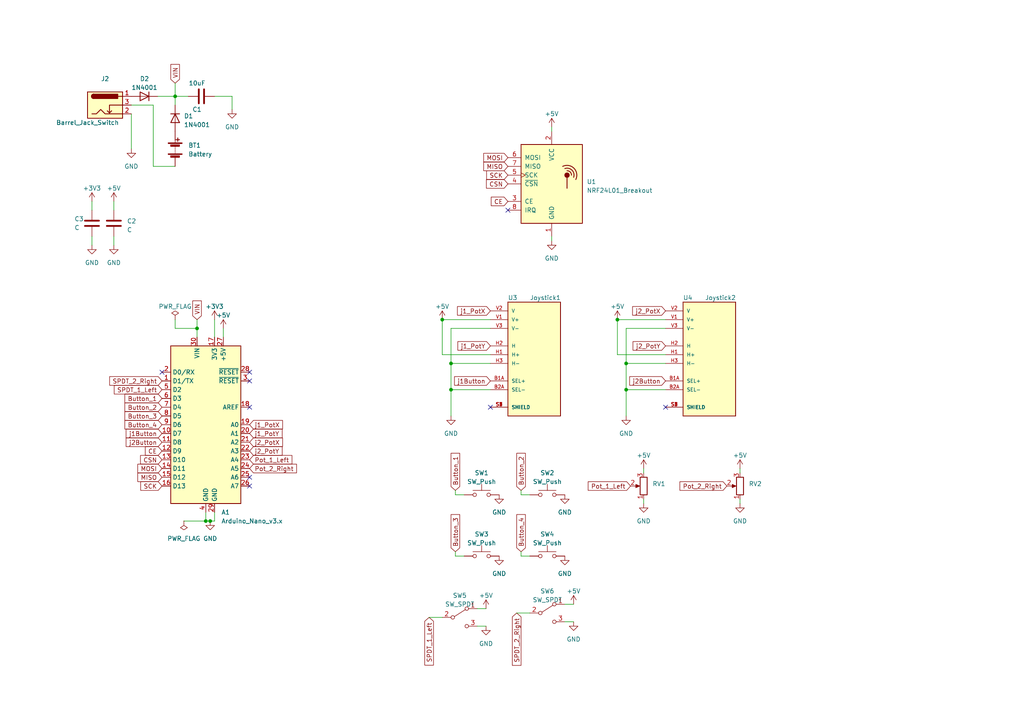
<source format=kicad_sch>
(kicad_sch (version 20230121) (generator eeschema)
  (paper "A4")
  (lib_symbols
    (symbol "Connector:Barrel_Jack_Switch" (pin_names hide)
      (property "Reference" "J" (at 0 5.334 0))
      (property "Value" "Barrel_Jack_Switch" (at 0 -5.08 0))
      (symbol "Barrel_Jack_Switch_0_1"
        (rectangle (start -5.08 3.81) (end 5.08 -3.81) (stroke (width 0.254)) (fill (type background)))
        (arc (start -3.302 3.175) (mid -3.9343 2.54) (end -3.302 1.905) (stroke (width 0.254)))
        (arc (start -3.302 3.175) (mid -3.9343 2.54) (end -3.302 1.905) (stroke (width 0.254)) (fill (type outline)))
        (polyline (pts (xy 1.27 -2.286) (xy 1.905 -1.651)) (stroke (width 0.254)))
        (polyline (pts (xy 5.08 2.54) (xy 3.81 2.54)) (stroke (width 0.254)))
        (polyline (pts (xy 5.08 0) (xy 1.27 0) (xy 1.27 -2.286) (xy 0.635 -1.651)) (stroke (width 0.254)))
        (polyline (pts (xy -3.81 -2.54) (xy -2.54 -2.54) (xy -1.27 -1.27) (xy 0 -2.54) (xy 2.54 -2.54) (xy 5.08 -2.54)) (stroke (width 0.254)))
        (rectangle (start 3.683 3.175) (end -3.302 1.905) (stroke (width 0.254)) (fill (type outline)))
      )
      (symbol "Barrel_Jack_Switch_1_1"
        (pin passive line (at 7.62 2.54 180) (length 2.54) (name "~") (number "1"))
        (pin passive line (at 7.62 -2.54 180) (length 2.54) (name "~") (number "2"))
        (pin passive line (at 7.62 0 180) (length 2.54) (name "~") (number "3"))
      )
    )
    (symbol "Device:Battery" (pin_numbers hide) (pin_names (offset 0) hide)
      (property "Reference" "BT" (at 2.54 2.54 0))
      (property "Value" "Battery" (at 2.54 0 0))
      (symbol "Battery_0_1"
        (rectangle (start -2.032 -1.397) (end 2.032 -1.651) (fill (type outline)))
        (rectangle (start -2.032 1.778) (end 2.032 1.524) (fill (type outline)))
        (rectangle (start -1.3208 -1.9812) (end 1.27 -2.4892) (fill (type outline)))
        (rectangle (start -1.3208 1.1938) (end 1.27 0.6858) (fill (type outline)))
        (polyline (pts (xy 0 -1.524) (xy 0 -1.27)))
        (polyline (pts (xy 0 -1.016) (xy 0 -0.762)))
        (polyline (pts (xy 0 -0.508) (xy 0 -0.254)))
        (polyline (pts (xy 0 0) (xy 0 0.254)))
        (polyline (pts (xy 0 0.508) (xy 0 0.762)))
        (polyline (pts (xy 0 1.778) (xy 0 2.54)))
        (polyline (pts (xy 0.254 2.667) (xy 1.27 2.667)) (stroke (width 0.254)))
        (polyline (pts (xy 0.762 3.175) (xy 0.762 2.159)) (stroke (width 0.254)))
      )
      (symbol "Battery_1_1"
        (pin passive line (at 0 5.08 270) (length 2.54) (name "+") (number "1"))
        (pin passive line (at 0 -5.08 90) (length 2.54) (name "-") (number "2"))
      )
    )
    (symbol "Device:C" (pin_numbers hide) (pin_names (offset 0.254))
      (property "Reference" "C" (at 0.635 2.54 0))
      (property "Value" "C" (at 0.635 -2.54 0))
      (symbol "C_0_1"
        (polyline (pts (xy -2.032 -0.762) (xy 2.032 -0.762)) (stroke (width 0.508)))
        (polyline (pts (xy -2.032 0.762) (xy 2.032 0.762)) (stroke (width 0.508)))
      )
      (symbol "C_1_1"
        (pin passive line (at 0 3.81 270) (length 2.794) (name "~") (number "1"))
        (pin passive line (at 0 -3.81 90) (length 2.794) (name "~") (number "2"))
      )
    )
    (symbol "Device:R_Potentiometer" (pin_names (offset 1.016) hide)
      (property "Reference" "RV" (at -4.445 0 90))
      (property "Value" "R_Potentiometer" (at -2.54 0 90))
      (symbol "R_Potentiometer_0_1"
        (polyline (pts (xy 2.54 0) (xy 1.524 0)))
        (polyline (pts (xy 1.143 0) (xy 2.286 0.508) (xy 2.286 -0.508) (xy 1.143 0)) (fill (type outline)))
        (rectangle (start 1.016 2.54) (end -1.016 -2.54) (stroke (width 0.254)))
      )
      (symbol "R_Potentiometer_1_1"
        (pin passive line (at 0 3.81 270) (length 1.27) (name "1") (number "1"))
        (pin passive line (at 3.81 0 180) (length 1.27) (name "2") (number "2"))
        (pin passive line (at 0 -3.81 90) (length 1.27) (name "3") (number "3"))
      )
    )
    (symbol "Diode:1N4001" (pin_numbers hide) (pin_names hide)
      (property "Reference" "D" (at 0 2.54 0))
      (property "Value" "1N4001" (at 0 -2.54 0))
      (symbol "1N4001_0_1"
        (polyline (pts (xy -1.27 1.27) (xy -1.27 -1.27)) (stroke (width 0.254)))
        (polyline (pts (xy 1.27 0) (xy -1.27 0)))
        (polyline (pts (xy 1.27 1.27) (xy 1.27 -1.27) (xy -1.27 0) (xy 1.27 1.27)) (stroke (width 0.254)))
      )
      (symbol "1N4001_1_1"
        (pin passive line (at -3.81 0 0) (length 2.54) (name "K") (number "1"))
        (pin passive line (at 3.81 0 180) (length 2.54) (name "A") (number "2"))
      )
    )
    (symbol "Joystick:COM-09032" (pin_names (offset 1.016))
      (property "Reference" "U" (at -7.62 16.002 0))
      (property "Value" "COM-09032" (at -7.62 -20.32 0))
      (symbol "COM-09032_0_0"
        (rectangle (start -7.62 -17.78) (end 7.62 15.24) (stroke (width 0.254)) (fill (type background)))
        (pin passive line (at -12.7 -7.62 0) (length 5.08) (name "SEL+") (number "B1A"))
        (pin passive line (at -12.7 -10.16 0) (length 5.08) (name "SEL-") (number "B2A"))
        (pin passive line (at -12.7 0 0) (length 5.08) (name "H+") (number "H1"))
        (pin passive line (at -12.7 2.54 0) (length 5.08) (name "H") (number "H2"))
        (pin passive line (at -12.7 -2.54 0) (length 5.08) (name "H-") (number "H3"))
        (pin passive line (at -12.7 -15.24 0) (length 5.08) (name "SHIELD") (number "S1"))
        (pin passive line (at -12.7 -15.24 0) (length 5.08) (name "SHIELD") (number "S2"))
        (pin passive line (at -12.7 -15.24 0) (length 5.08) (name "SHIELD") (number "S3"))
        (pin passive line (at -12.7 -15.24 0) (length 5.08) (name "SHIELD") (number "S4"))
        (pin passive line (at -12.7 10.16 0) (length 5.08) (name "V+") (number "V1"))
        (pin passive line (at -12.7 12.7 0) (length 5.08) (name "V") (number "V2"))
        (pin passive line (at -12.7 7.62 0) (length 5.08) (name "V-") (number "V3"))
      )
    )
    (symbol "MCU_Module:Arduino_Nano_v3.x"
      (property "Reference" "A" (at -10.16 23.495 0))
      (property "Value" "Arduino_Nano_v3.x" (at 5.08 -24.13 0))
      (symbol "Arduino_Nano_v3.x_0_1"
        (rectangle (start -10.16 22.86) (end 10.16 -22.86) (stroke (width 0.254)) (fill (type background)))
      )
      (symbol "Arduino_Nano_v3.x_1_1"
        (pin bidirectional line (at -12.7 12.7 0) (length 2.54) (name "D1/TX") (number "1"))
        (pin bidirectional line (at -12.7 -2.54 0) (length 2.54) (name "D7") (number "10"))
        (pin bidirectional line (at -12.7 -5.08 0) (length 2.54) (name "D8") (number "11"))
        (pin bidirectional line (at -12.7 -7.62 0) (length 2.54) (name "D9") (number "12"))
        (pin bidirectional line (at -12.7 -10.16 0) (length 2.54) (name "D10") (number "13"))
        (pin bidirectional line (at -12.7 -12.7 0) (length 2.54) (name "D11") (number "14"))
        (pin bidirectional line (at -12.7 -15.24 0) (length 2.54) (name "D12") (number "15"))
        (pin bidirectional line (at -12.7 -17.78 0) (length 2.54) (name "D13") (number "16"))
        (pin power_out line (at 2.54 25.4 270) (length 2.54) (name "3V3") (number "17"))
        (pin input line (at 12.7 5.08 180) (length 2.54) (name "AREF") (number "18"))
        (pin bidirectional line (at 12.7 0 180) (length 2.54) (name "A0") (number "19"))
        (pin bidirectional line (at -12.7 15.24 0) (length 2.54) (name "D0/RX") (number "2"))
        (pin bidirectional line (at 12.7 -2.54 180) (length 2.54) (name "A1") (number "20"))
        (pin bidirectional line (at 12.7 -5.08 180) (length 2.54) (name "A2") (number "21"))
        (pin bidirectional line (at 12.7 -7.62 180) (length 2.54) (name "A3") (number "22"))
        (pin bidirectional line (at 12.7 -10.16 180) (length 2.54) (name "A4") (number "23"))
        (pin bidirectional line (at 12.7 -12.7 180) (length 2.54) (name "A5") (number "24"))
        (pin bidirectional line (at 12.7 -15.24 180) (length 2.54) (name "A6") (number "25"))
        (pin bidirectional line (at 12.7 -17.78 180) (length 2.54) (name "A7") (number "26"))
        (pin power_out line (at 5.08 25.4 270) (length 2.54) (name "+5V") (number "27"))
        (pin input line (at 12.7 15.24 180) (length 2.54) (name "~{RESET}") (number "28"))
        (pin power_in line (at 2.54 -25.4 90) (length 2.54) (name "GND") (number "29"))
        (pin input line (at 12.7 12.7 180) (length 2.54) (name "~{RESET}") (number "3"))
        (pin power_in line (at -2.54 25.4 270) (length 2.54) (name "VIN") (number "30"))
        (pin power_in line (at 0 -25.4 90) (length 2.54) (name "GND") (number "4"))
        (pin bidirectional line (at -12.7 10.16 0) (length 2.54) (name "D2") (number "5"))
        (pin bidirectional line (at -12.7 7.62 0) (length 2.54) (name "D3") (number "6"))
        (pin bidirectional line (at -12.7 5.08 0) (length 2.54) (name "D4") (number "7"))
        (pin bidirectional line (at -12.7 2.54 0) (length 2.54) (name "D5") (number "8"))
        (pin bidirectional line (at -12.7 0 0) (length 2.54) (name "D6") (number "9"))
      )
    )
    (symbol "RF:NRF24L01_Breakout" (pin_names (offset 1.016))
      (property "Reference" "U" (at -8.89 12.7 0))
      (property "Value" "NRF24L01_Breakout" (at 3.81 12.7 0))
      (symbol "NRF24L01_Breakout_0_1"
        (rectangle (start -8.89 11.43) (end 8.89 -11.43) (stroke (width 0.254)) (fill (type background)))
        (polyline (pts (xy 4.445 1.905) (xy 4.445 -1.27)) (stroke (width 0.254)))
        (circle (center 4.445 2.54) (radius 0.635) (stroke (width 0.254)) (fill (type outline)))
        (arc (start 5.715 2.54) (mid 5.3521 3.4546) (end 4.445 3.81) (stroke (width 0.254)))
        (arc (start 6.35 1.905) (mid 5.8763 3.9854) (end 3.81 4.445) (stroke (width 0.254)))
        (arc (start 6.985 1.27) (mid 6.453 4.548) (end 3.175 5.08) (stroke (width 0.254)))
      )
      (symbol "NRF24L01_Breakout_1_1"
        (pin power_in line (at 0 -15.24 90) (length 3.81) (name "GND") (number "1"))
        (pin power_in line (at 0 15.24 270) (length 3.81) (name "VCC") (number "2"))
        (pin input line (at -12.7 -5.08 0) (length 3.81) (name "CE") (number "3"))
        (pin input line (at -12.7 0 0) (length 3.81) (name "~{CSN}") (number "4"))
        (pin input clock (at -12.7 2.54 0) (length 3.81) (name "SCK") (number "5"))
        (pin input line (at -12.7 7.62 0) (length 3.81) (name "MOSI") (number "6"))
        (pin output line (at -12.7 5.08 0) (length 3.81) (name "MISO") (number "7"))
        (pin output line (at -12.7 -7.62 0) (length 3.81) (name "IRQ") (number "8"))
      )
    )
    (symbol "Switch:SW_Push" (pin_numbers hide) (pin_names (offset 1.016) hide)
      (property "Reference" "SW" (at 1.27 2.54 0))
      (property "Value" "SW_Push" (at 0 -1.524 0))
      (symbol "SW_Push_0_1"
        (circle (center -2.032 0) (radius 0.508))
        (polyline (pts (xy 0 1.27) (xy 0 3.048)))
        (polyline (pts (xy 2.54 1.27) (xy -2.54 1.27)))
        (circle (center 2.032 0) (radius 0.508))
        (pin passive line (at -5.08 0 0) (length 2.54) (name "1") (number "1"))
        (pin passive line (at 5.08 0 180) (length 2.54) (name "2") (number "2"))
      )
    )
    (symbol "Switch:SW_SPDT" (pin_names (offset 0) hide)
      (property "Reference" "SW" (at 0 4.318 0))
      (property "Value" "SW_SPDT" (at 0 -5.08 0))
      (symbol "SW_SPDT_0_0"
        (circle (center -2.032 0) (radius 0.508))
        (circle (center 2.032 -2.54) (radius 0.508))
      )
      (symbol "SW_SPDT_0_1"
        (polyline (pts (xy -1.524 0.254) (xy 1.651 2.286)))
        (circle (center 2.032 2.54) (radius 0.508))
      )
      (symbol "SW_SPDT_1_1"
        (pin passive line (at 5.08 2.54 180) (length 2.54) (name "A") (number "1"))
        (pin passive line (at -5.08 0 0) (length 2.54) (name "B") (number "2"))
        (pin passive line (at 5.08 -2.54 180) (length 2.54) (name "C") (number "3"))
      )
    )
    (symbol "power:+3V3" (power) (pin_names (offset 0))
      (property "Value" "+3V3" (at 0 3.556 0))
      (symbol "+3V3_0_1"
        (polyline (pts (xy -0.762 1.27) (xy 0 2.54)))
        (polyline (pts (xy 0 0) (xy 0 2.54)))
        (polyline (pts (xy 0 2.54) (xy 0.762 1.27)))
      )
      (symbol "+3V3_1_1"
        (pin power_in line (at 0 0 90) (length 0) hide (name "+3V3") (number "1"))
      )
    )
    (symbol "power:+5V" (power) (pin_names (offset 0))
      (property "Value" "+5V" (at 0 3.556 0))
      (symbol "+5V_0_1"
        (polyline (pts (xy -0.762 1.27) (xy 0 2.54)))
        (polyline (pts (xy 0 0) (xy 0 2.54)))
        (polyline (pts (xy 0 2.54) (xy 0.762 1.27)))
      )
      (symbol "+5V_1_1"
        (pin power_in line (at 0 0 90) (length 0) hide (name "+5V") (number "1"))
      )
    )
    (symbol "power:GND" (power) (pin_names (offset 0))
      (property "Value" "GND" (at 0 -3.81 0))
      (symbol "GND_0_1"
        (polyline (pts (xy 0 0) (xy 0 -1.27) (xy 1.27 -1.27) (xy 0 -2.54) (xy -1.27 -1.27) (xy 0 -1.27)))
      )
      (symbol "GND_1_1"
        (pin power_in line (at 0 0 270) (length 0) hide (name "GND") (number "1"))
      )
    )
    (symbol "power:PWR_FLAG" (power) (pin_numbers hide) (pin_names (offset 0) hide)
      (property "Value" "PWR_FLAG" (at 0 3.81 0))
      (symbol "PWR_FLAG_0_0"
        (pin power_out line (at 0 0 90) (length 0) (name "pwr") (number "1"))
      )
      (symbol "PWR_FLAG_0_1"
        (polyline (pts (xy 0 0) (xy 0 1.27) (xy -1.016 1.905) (xy 0 2.54) (xy 1.016 1.905) (xy 0 1.27)))
      )
    )
  )
  (junction (at 130.81 113.03))
  (junction (at 60.96 151.13))
  (junction (at 128.27 92.71))
  (junction (at 179.07 92.71))
  (junction (at 59.69 151.13))
  (junction (at 130.81 105.41))
  (junction (at 50.8 27.94))
  (junction (at 181.61 105.41))
  (junction (at 181.61 113.03))
  (junction (at 57.15 95.25))
  (no_connect (at 72.39 118.11))
  (no_connect (at 142.24 118.11))
  (no_connect (at 72.39 140.97))
  (no_connect (at 72.39 107.95))
  (no_connect (at 72.39 110.49))
  (no_connect (at 46.99 107.95))
  (no_connect (at 72.39 138.43))
  (no_connect (at 193.04 118.11))
  (no_connect (at 147.32 60.96))
  (wire (pts (xy 181.61 113.03) (xy 193.04 113.03)))
  (wire (pts (xy 179.07 92.71) (xy 193.04 92.71)))
  (wire (pts (xy 186.69 135.89) (xy 186.69 137.16)))
  (wire (pts (xy 62.23 148.59) (xy 62.23 151.13)))
  (wire (pts (xy 128.27 92.71) (xy 142.24 92.71)))
  (wire (pts (xy 50.8 95.25) (xy 57.15 95.25)))
  (wire (pts (xy 130.81 95.25) (xy 142.24 95.25)))
  (wire (pts (xy 67.31 27.94) (xy 67.31 31.75)))
  (wire (pts (xy 45.72 27.94) (xy 50.8 27.94)))
  (wire (pts (xy 38.1 33.02) (xy 38.1 43.18)))
  (wire (pts (xy 181.61 105.41) (xy 181.61 95.25)))
  (wire (pts (xy 179.07 102.87) (xy 193.04 102.87)))
  (wire (pts (xy 59.69 151.13) (xy 60.96 151.13)))
  (wire (pts (xy 138.43 181.61) (xy 140.97 181.61)))
  (wire (pts (xy 214.63 135.89) (xy 214.63 137.16)))
  (wire (pts (xy 130.81 105.41) (xy 142.24 105.41)))
  (wire (pts (xy 151.13 160.02) (xy 151.13 161.29)))
  (wire (pts (xy 181.61 95.25) (xy 193.04 95.25)))
  (wire (pts (xy 26.67 58.42) (xy 26.67 60.96)))
  (wire (pts (xy 130.81 113.03) (xy 142.24 113.03)))
  (wire (pts (xy 130.81 113.03) (xy 130.81 105.41)))
  (wire (pts (xy 124.46 179.07) (xy 128.27 179.07)))
  (wire (pts (xy 151.13 161.29) (xy 153.67 161.29)))
  (wire (pts (xy 62.23 27.94) (xy 67.31 27.94)))
  (wire (pts (xy 50.8 92.71) (xy 50.8 95.25)))
  (wire (pts (xy 33.02 68.58) (xy 33.02 71.12)))
  (wire (pts (xy 163.83 180.34) (xy 166.37 180.34)))
  (wire (pts (xy 138.43 176.53) (xy 140.97 176.53)))
  (wire (pts (xy 181.61 113.03) (xy 181.61 105.41)))
  (wire (pts (xy 26.67 68.58) (xy 26.67 71.12)))
  (wire (pts (xy 181.61 120.65) (xy 181.61 113.03)))
  (wire (pts (xy 151.13 143.51) (xy 153.67 143.51)))
  (wire (pts (xy 62.23 151.13) (xy 60.96 151.13)))
  (wire (pts (xy 53.34 151.13) (xy 59.69 151.13)))
  (wire (pts (xy 186.69 144.78) (xy 186.69 146.05)))
  (wire (pts (xy 57.15 92.71) (xy 57.15 95.25)))
  (wire (pts (xy 38.1 30.48) (xy 44.45 30.48)))
  (wire (pts (xy 214.63 144.78) (xy 214.63 146.05)))
  (wire (pts (xy 134.62 161.29) (xy 132.08 161.29)))
  (wire (pts (xy 130.81 105.41) (xy 130.81 95.25)))
  (wire (pts (xy 149.86 177.8) (xy 153.67 177.8)))
  (wire (pts (xy 33.02 58.42) (xy 33.02 60.96)))
  (wire (pts (xy 50.8 27.94) (xy 54.61 27.94)))
  (wire (pts (xy 44.45 30.48) (xy 44.45 48.26)))
  (wire (pts (xy 181.61 105.41) (xy 193.04 105.41)))
  (wire (pts (xy 128.27 92.71) (xy 128.27 102.87)))
  (wire (pts (xy 130.81 120.65) (xy 130.81 113.03)))
  (wire (pts (xy 151.13 142.24) (xy 151.13 143.51)))
  (wire (pts (xy 134.62 143.51) (xy 132.08 143.51)))
  (wire (pts (xy 160.02 68.58) (xy 160.02 69.85)))
  (wire (pts (xy 132.08 143.51) (xy 132.08 142.24)))
  (wire (pts (xy 128.27 102.87) (xy 142.24 102.87)))
  (wire (pts (xy 50.8 27.94) (xy 50.8 30.48)))
  (wire (pts (xy 64.77 95.25) (xy 64.77 97.79)))
  (wire (pts (xy 44.45 48.26) (xy 50.8 48.26)))
  (wire (pts (xy 57.15 95.25) (xy 57.15 97.79)))
  (wire (pts (xy 163.83 175.26) (xy 166.37 175.26)))
  (wire (pts (xy 59.69 148.59) (xy 59.69 151.13)))
  (wire (pts (xy 132.08 160.02) (xy 132.08 161.29)))
  (wire (pts (xy 62.23 92.71) (xy 62.23 97.79)))
  (wire (pts (xy 179.07 92.71) (xy 179.07 102.87)))
  (wire (pts (xy 160.02 36.83) (xy 160.02 38.1)))
  (wire (pts (xy 50.8 24.13) (xy 50.8 27.94)))
  (global_label "CE" (shape input) (at 46.99 130.81 180) (property "Intersheetrefs" "${INTERSHEET_REFS}" (effects hide)))
  (global_label "MOSI" (shape input) (at 46.99 135.89 180) (property "Intersheetrefs" "${INTERSHEET_REFS}" (effects hide)))
  (global_label "Pot_1_Left" (shape input) (at 182.88 140.97 180) (property "Intersheetrefs" "${INTERSHEET_REFS}" (effects hide)))
  (global_label "j1_PotX" (shape input) (at 72.39 123.19 0) (property "Intersheetrefs" "${INTERSHEET_REFS}" (effects hide)))
  (global_label "SCK" (shape input) (at 46.99 140.97 180) (property "Intersheetrefs" "${INTERSHEET_REFS}" (effects hide)))
  (global_label "MISO" (shape input) (at 46.99 138.43 180) (property "Intersheetrefs" "${INTERSHEET_REFS}" (effects hide)))
  (global_label "SPDT_1_Left" (shape input) (at 124.46 179.07 270) (property "Intersheetrefs" "${INTERSHEET_REFS}" (effects hide)))
  (global_label "j2_PotY" (shape input) (at 193.04 100.33 180) (property "Intersheetrefs" "${INTERSHEET_REFS}" (effects hide)))
  (global_label "Pot_2_Right" (shape input) (at 72.39 135.89 0) (property "Intersheetrefs" "${INTERSHEET_REFS}" (effects hide)))
  (global_label "VIN" (shape input) (at 50.8 24.13 90) (property "Intersheetrefs" "${INTERSHEET_REFS}" (effects hide)))
  (global_label "CE" (shape input) (at 147.32 58.42 180) (property "Intersheetrefs" "${INTERSHEET_REFS}" (effects hide)))
  (global_label "SPDT_2_Right" (shape input) (at 46.99 110.49 180) (property "Intersheetrefs" "${INTERSHEET_REFS}" (effects hide)))
  (global_label "Button_2" (shape input) (at 46.99 118.11 180) (property "Intersheetrefs" "${INTERSHEET_REFS}" (effects hide)))
  (global_label "CSN" (shape input) (at 147.32 53.34 180) (property "Intersheetrefs" "${INTERSHEET_REFS}" (effects hide)))
  (global_label "Button_3" (shape input) (at 46.99 120.65 180) (property "Intersheetrefs" "${INTERSHEET_REFS}" (effects hide)))
  (global_label "j2_PotX" (shape input) (at 72.39 128.27 0) (property "Intersheetrefs" "${INTERSHEET_REFS}" (effects hide)))
  (global_label "SCK" (shape input) (at 147.32 50.8 180) (property "Intersheetrefs" "${INTERSHEET_REFS}" (effects hide)))
  (global_label "VIN" (shape input) (at 57.15 92.71 90) (property "Intersheetrefs" "${INTERSHEET_REFS}" (effects hide)))
  (global_label "j2Button" (shape input) (at 193.04 110.49 180) (property "Intersheetrefs" "${INTERSHEET_REFS}" (effects hide)))
  (global_label "Button_2" (shape input) (at 151.13 142.24 90) (property "Intersheetrefs" "${INTERSHEET_REFS}" (effects hide)))
  (global_label "MISO" (shape input) (at 147.32 48.26 180) (property "Intersheetrefs" "${INTERSHEET_REFS}" (effects hide)))
  (global_label "Button_3" (shape input) (at 132.08 160.02 90) (property "Intersheetrefs" "${INTERSHEET_REFS}" (effects hide)))
  (global_label "j1_PotY" (shape input) (at 142.24 100.33 180) (property "Intersheetrefs" "${INTERSHEET_REFS}" (effects hide)))
  (global_label "j2_PotY" (shape input) (at 72.39 130.81 0) (property "Intersheetrefs" "${INTERSHEET_REFS}" (effects hide)))
  (global_label "Button_1" (shape input) (at 132.08 142.24 90) (property "Intersheetrefs" "${INTERSHEET_REFS}" (effects hide)))
  (global_label "j2Button" (shape input) (at 46.99 128.27 180) (property "Intersheetrefs" "${INTERSHEET_REFS}" (effects hide)))
  (global_label "Button_4" (shape input) (at 46.99 123.19 180) (property "Intersheetrefs" "${INTERSHEET_REFS}" (effects hide)))
  (global_label "Pot_1_Left" (shape input) (at 72.39 133.35 0) (property "Intersheetrefs" "${INTERSHEET_REFS}" (effects hide)))
  (global_label "j1_PotX" (shape input) (at 142.24 90.17 180) (property "Intersheetrefs" "${INTERSHEET_REFS}" (effects hide)))
  (global_label "j1Button" (shape input) (at 142.24 110.49 180) (property "Intersheetrefs" "${INTERSHEET_REFS}" (effects hide)))
  (global_label "SPDT_1_Left" (shape input) (at 46.99 113.03 180) (property "Intersheetrefs" "${INTERSHEET_REFS}" (effects hide)))
  (global_label "SPDT_2_Right" (shape input) (at 149.86 177.8 270) (property "Intersheetrefs" "${INTERSHEET_REFS}" (effects hide)))
  (global_label "j1_PotY" (shape input) (at 72.39 125.73 0) (property "Intersheetrefs" "${INTERSHEET_REFS}" (effects hide)))
  (global_label "Button_1" (shape input) (at 46.99 115.57 180) (property "Intersheetrefs" "${INTERSHEET_REFS}" (effects hide)))
  (global_label "j1Button" (shape input) (at 46.99 125.73 180) (property "Intersheetrefs" "${INTERSHEET_REFS}" (effects hide)))
  (global_label "Pot_2_Right" (shape input) (at 210.82 140.97 180) (property "Intersheetrefs" "${INTERSHEET_REFS}" (effects hide)))
  (global_label "MOSI" (shape input) (at 147.32 45.72 180) (property "Intersheetrefs" "${INTERSHEET_REFS}" (effects hide)))
  (global_label "j2_PotX" (shape input) (at 193.04 90.17 180) (property "Intersheetrefs" "${INTERSHEET_REFS}" (effects hide)))
  (global_label "CSN" (shape input) (at 46.99 133.35 180) (property "Intersheetrefs" "${INTERSHEET_REFS}" (effects hide)))
  (global_label "Button_4" (shape input) (at 151.13 160.02 90) (property "Intersheetrefs" "${INTERSHEET_REFS}" (effects hide)))
  (symbol (lib_id "power:GND") (at 33.02 71.12 0) (unit 1)
    (property "Reference" "#PWR023" (effects hide))
    (property "Value" "GND" (at 33.02 76.2 0))
  )
  (symbol (lib_id "power:GND") (at 186.69 146.05 0) (unit 1)
    (property "Reference" "#PWR016" (effects hide))
    (property "Value" "GND" (at 186.69 151.13 0))
  )
  (symbol (lib_id "power:+5V") (at 214.63 135.89 0) (unit 1)
    (property "Reference" "#PWR017" (effects hide))
    (property "Value" "+5V" (at 214.63 132.08 0))
  )
  (symbol (lib_id "Device:R_Potentiometer") (at 214.63 140.97 180) (unit 1)
    (property "Reference" "RV2" (at 217.17 140.335 0) (effects (justify right)))
    (property "Value" "R_Potentiometer" (effects hide))
    (property "Footprint" "Potentiometer_THT:Verticle_Potentiometer" (effects hide))
  )
  (symbol (lib_id "MCU_Module:Arduino_Nano_v3.x") (at 59.69 123.19 0) (unit 1)
    (property "Reference" "A1" (at 64.1859 148.59 0) (effects (justify left)))
    (property "Value" "Arduino_Nano_v3.x" (at 64.1859 151.13 0) (effects (justify left)))
    (property "Footprint" "Module:Arduino_Nano" (effects hide))
    (property "Datasheet" "http://www.mouser.com/pdfdocs/Gravitech_Arduino_Nano3_0.pdf" (effects hide))
  )
  (symbol (lib_id "Switch:SW_SPDT") (at 158.75 177.8 0) (unit 1)
    (property "Reference" "SW6" (at 158.75 171.45 0))
    (property "Value" "SW_SPDT" (at 158.75 173.99 0))
    (property "Footprint" "SPDT_Switch:SW_ATE1D-2M3-10-Z" (effects hide))
  )
  (symbol (lib_id "power:GND") (at 144.78 161.29 0) (unit 1)
    (property "Reference" "#PWR019" (effects hide))
    (property "Value" "GND" (at 144.78 166.37 0))
  )
  (symbol (lib_id "power:+3V3") (at 26.67 58.42 0) (unit 1)
    (property "Reference" "#PWR021" (effects hide))
    (property "Value" "+3V3" (at 26.67 54.61 0))
  )
  (symbol (lib_id "Switch:SW_Push") (at 139.7 143.51 0) (unit 1)
    (property "Reference" "SW1" (at 139.7 137.16 0))
    (property "Value" "SW_Push" (at 139.7 139.7 0))
    (property "Footprint" "Button_Switch_THT:SW_PUSH_6mm" (effects hide))
  )
  (symbol (lib_id "power:GND") (at 214.63 146.05 0) (unit 1)
    (property "Reference" "#PWR018" (effects hide))
    (property "Value" "GND" (at 214.63 151.13 0))
  )
  (symbol (lib_id "Device:C") (at 26.67 64.77 0) (unit 1)
    (property "Reference" "C3" (at 21.59 63.5 0) (effects (justify left)))
    (property "Value" "C" (at 21.59 66.04 0) (effects (justify left)))
    (property "Footprint" "Capacitor_THT:CP_Radial_D5.0mm_P2.50mm" (effects hide))
  )
  (symbol (lib_id "power:+5V") (at 128.27 92.71 0) (unit 1)
    (property "Reference" "#PWR011" (effects hide))
    (property "Value" "+5V" (at 128.27 88.9 0))
  )
  (symbol (lib_id "power:GND") (at 130.81 120.65 0) (unit 1)
    (property "Reference" "#PWR012" (effects hide))
    (property "Value" "GND" (at 130.81 125.73 0))
  )
  (symbol (lib_id "power:GND") (at 163.83 143.51 0) (unit 1)
    (property "Reference" "#PWR08" (effects hide))
    (property "Value" "GND" (at 163.83 148.59 0))
  )
  (symbol (lib_id "power:GND") (at 60.96 151.13 0) (unit 1)
    (property "Reference" "#PWR07" (effects hide))
    (property "Value" "GND" (at 60.96 156.21 0))
  )
  (symbol (lib_id "Device:C") (at 33.02 64.77 0) (unit 1)
    (property "Reference" "C2" (at 36.83 64.135 0) (effects (justify left)))
    (property "Value" "C" (at 36.83 66.675 0) (effects (justify left)))
    (property "Footprint" "Capacitor_THT:CP_Radial_D5.0mm_P2.50mm" (effects hide))
  )
  (symbol (lib_id "power:GND") (at 67.31 31.75 0) (unit 1)
    (property "Reference" "#PWR02" (effects hide))
    (property "Value" "GND" (at 67.31 36.83 0))
  )
  (symbol (lib_id "Switch:SW_Push") (at 158.75 161.29 0) (unit 1)
    (property "Reference" "SW4" (at 158.75 154.94 0))
    (property "Value" "SW_Push" (at 158.75 157.48 0))
    (property "Footprint" "Button_Switch_THT:SW_PUSH_6mm" (effects hide))
  )
  (symbol (lib_id "Connector:Barrel_Jack_Switch") (at 30.48 30.48 0) (unit 1)
    (property "Reference" "J2" (at 30.48 22.86 0))
    (property "Value" "Barrel_Jack_Switch" (at 25.4 35.56 0))
    (property "Footprint" "Connector_BarrelJack:BarrelJack_GCT_DCJ200-10-A_Horizontal" (effects hide))
  )
  (symbol (lib_id "power:GND") (at 144.78 143.51 0) (unit 1)
    (property "Reference" "#PWR03" (effects hide))
    (property "Value" "GND" (at 144.78 148.59 0))
  )
  (symbol (lib_id "power:GND") (at 166.37 180.34 0) (unit 1)
    (property "Reference" "#PWR027" (effects hide))
    (property "Value" "GND" (at 166.37 185.42 0))
  )
  (symbol (lib_id "Diode:1N4001") (at 50.8 34.29 270) (unit 1)
    (property "Reference" "D1" (at 53.34 33.655 90) (effects (justify left)))
    (property "Value" "1N4001" (at 53.34 36.195 90) (effects (justify left)))
    (property "Footprint" "Diode_THT:D_DO-41_SOD81_P10.16mm_Horizontal" (effects hide))
    (property "Datasheet" "http://www.vishay.com/docs/88503/1n4001.pdf" (effects hide))
    (property "Sim.Device" "D" (effects hide))
    (property "Sim.Pins" "1=K 2=A" (effects hide))
  )
  (symbol (lib_id "power:+5V") (at 140.97 176.53 0) (unit 1)
    (property "Reference" "#PWR024" (effects hide))
    (property "Value" "+5V" (at 140.97 172.72 0))
  )
  (symbol (lib_id "power:GND") (at 26.67 71.12 0) (unit 1)
    (property "Reference" "#PWR022" (effects hide))
    (property "Value" "GND" (at 26.67 76.2 0))
  )
  (symbol (lib_id "Diode:1N4001") (at 41.91 27.94 180) (unit 1)
    (property "Reference" "D2" (at 41.91 22.86 0))
    (property "Value" "1N4001" (at 41.91 25.4 0))
    (property "Footprint" "Diode_THT:D_DO-41_SOD81_P10.16mm_Horizontal" (effects hide))
    (property "Datasheet" "http://www.vishay.com/docs/88503/1n4001.pdf" (effects hide))
    (property "Sim.Device" "D" (effects hide))
    (property "Sim.Pins" "1=K 2=A" (effects hide))
  )
  (symbol (lib_id "power:+5V") (at 179.07 92.71 0) (unit 1)
    (property "Reference" "#PWR013" (effects hide))
    (property "Value" "+5V" (at 179.07 88.9 0))
  )
  (symbol (lib_id "power:+3V3") (at 62.23 92.71 0) (unit 1)
    (property "Reference" "#PWR06" (effects hide))
    (property "Value" "+3V3" (at 62.23 88.9 0))
  )
  (symbol (lib_id "power:+5V") (at 166.37 175.26 0) (unit 1)
    (property "Reference" "#PWR025" (effects hide))
    (property "Value" "+5V" (at 166.37 171.45 0))
  )
  (symbol (lib_id "RF:NRF24L01_Breakout") (at 160.02 53.34 0) (unit 1)
    (property "Reference" "U1" (at 170.18 52.705 0) (effects (justify left)))
    (property "Value" "NRF24L01_Breakout" (at 170.18 55.245 0) (effects (justify left)))
    (property "Footprint" "RF_Module:nRF24L01_Breakout" (effects hide))
    (property "Datasheet" "http://www.nordicsemi.com/eng/content/download/2730/34105/file/nRF24L01_Product_Specification_v2_0.pdf" (effects hide))
  )
  (symbol (lib_id "power:+5V") (at 160.02 36.83 0) (unit 1)
    (property "Reference" "#PWR04" (effects hide))
    (property "Value" "+5V" (at 160.02 33.02 0))
  )
  (symbol (lib_id "power:+5V") (at 33.02 58.42 0) (unit 1)
    (property "Reference" "#PWR020" (effects hide))
    (property "Value" "+5V" (at 33.02 54.61 0))
  )
  (symbol (lib_id "Joystick:COM-09032") (at 154.94 102.87 0) (unit 1)
    (property "Reference" "U3" (at 147.32 86.36 0) (effects (justify left)))
    (property "Value" "Joystick1" (at 153.67 86.36 0) (effects (justify left)))
    (property "Footprint" "Joystick:Joystick" (effects hide))
    (property "MF" "SparkFun Electronics" (effects hide))
    (property "MAXIMUM_PACKAGE_HEIGHT" "30.1mm" (effects hide))
    (property "Package" "Package" (effects hide))
    (property "Price" "None" (effects hide))
    (property "Check_prices" "https://www.snapeda.com/parts/COM-09032/SparkFun+Electronics/view-part/?ref=eda" (effects hide))
    (property "STANDARD" "Manufacturer Recommendations" (effects hide))
    (property "PARTREV" "N/A" (effects hide))
    (property "SnapEDA_Link" "https://www.snapeda.com/parts/COM-09032/SparkFun+Electronics/view-part/?ref=snap" (effects hide))
    (property "MP" "COM-09032" (effects hide))
    (property "Purchase-URL" "https://www.snapeda.com/api/url_track_click_mouser/?unipart_id=888157&manufacturer=SparkFun Electronics&part_name=COM-09032&search_term=joystick" (effects hide))
    (property "Description" "\nJoystick, 2 - Axis Analog (Resistive) Output\n" (effects hide))
    (property "Availability" "In Stock" (effects hide))
    (property "MANUFACTURER" "SparkFun Electronics" (effects hide))
  )
  (symbol (lib_id "power:PWR_FLAG") (at 50.8 92.71 0) (unit 1)
    (property "Reference" "#FLG01" (effects hide))
    (property "Value" "PWR_FLAG" (at 50.8 88.9 0))
  )
  (symbol (lib_id "Switch:SW_Push") (at 158.75 143.51 0) (unit 1)
    (property "Reference" "SW2" (at 158.75 137.16 0))
    (property "Value" "SW_Push" (at 158.75 139.7 0))
    (property "Footprint" "Button_Switch_THT:SW_PUSH_6mm" (effects hide))
  )
  (symbol (lib_id "Device:C") (at 58.42 27.94 90) (unit 1)
    (property "Reference" "C1" (at 57.15 31.75 90))
    (property "Value" "10uF" (at 57.15 24.13 90))
    (property "Footprint" "Capacitor_THT:CP_Radial_D5.0mm_P2.50mm" (effects hide))
  )
  (symbol (lib_id "Switch:SW_Push") (at 139.7 161.29 0) (unit 1)
    (property "Reference" "SW3" (at 139.7 154.94 0))
    (property "Value" "SW_Push" (at 139.7 157.48 0))
    (property "Footprint" "Button_Switch_THT:SW_PUSH_6mm" (effects hide))
  )
  (symbol (lib_id "power:PWR_FLAG") (at 53.34 151.13 180) (unit 1)
    (property "Reference" "#FLG02" (effects hide))
    (property "Value" "PWR_FLAG" (at 53.34 156.21 0))
  )
  (symbol (lib_id "power:GND") (at 160.02 69.85 0) (unit 1)
    (property "Reference" "#PWR010" (effects hide))
    (property "Value" "GND" (at 160.02 74.93 0))
  )
  (symbol (lib_id "power:GND") (at 38.1 43.18 0) (unit 1)
    (property "Reference" "#PWR01" (effects hide))
    (property "Value" "GND" (at 38.1 48.26 0))
  )
  (symbol (lib_id "Switch:SW_SPDT") (at 133.35 179.07 0) (unit 1)
    (property "Reference" "SW5" (at 133.35 172.72 0))
    (property "Value" "SW_SPDT" (at 133.35 175.26 0))
    (property "Footprint" "SPDT_Switch:SW_ATE1D-2M3-10-Z" (effects hide))
  )
  (symbol (lib_id "Joystick:COM-09032") (at 205.74 102.87 0) (unit 1)
    (property "Reference" "U4" (at 198.12 86.36 0) (effects (justify left)))
    (property "Value" "Joystick2" (at 204.47 86.36 0) (effects (justify left)))
    (property "Footprint" "Joystick:Joystick" (effects hide))
    (property "MF" "SparkFun Electronics" (effects hide))
    (property "MAXIMUM_PACKAGE_HEIGHT" "30.1mm" (effects hide))
    (property "Package" "Package" (effects hide))
    (property "Price" "None" (effects hide))
    (property "Check_prices" "https://www.snapeda.com/parts/COM-09032/SparkFun+Electronics/view-part/?ref=eda" (effects hide))
    (property "STANDARD" "Manufacturer Recommendations" (effects hide))
    (property "PARTREV" "N/A" (effects hide))
    (property "SnapEDA_Link" "https://www.snapeda.com/parts/COM-09032/SparkFun+Electronics/view-part/?ref=snap" (effects hide))
    (property "MP" "COM-09032" (effects hide))
    (property "Purchase-URL" "https://www.snapeda.com/api/url_track_click_mouser/?unipart_id=888157&manufacturer=SparkFun Electronics&part_name=COM-09032&search_term=joystick" (effects hide))
    (property "Description" "\nJoystick, 2 - Axis Analog (Resistive) Output\n" (effects hide))
    (property "Availability" "In Stock" (effects hide))
    (property "MANUFACTURER" "SparkFun Electronics" (effects hide))
  )
  (symbol (lib_id "power:+5V") (at 64.77 95.25 0) (unit 1)
    (property "Reference" "#PWR05" (effects hide))
    (property "Value" "+5V" (at 64.77 91.44 0))
  )
  (symbol (lib_id "power:+5V") (at 186.69 135.89 0) (unit 1)
    (property "Reference" "#PWR015" (effects hide))
    (property "Value" "+5V" (at 186.69 132.08 0))
  )
  (symbol (lib_id "power:GND") (at 181.61 120.65 0) (unit 1)
    (property "Reference" "#PWR014" (effects hide))
    (property "Value" "GND" (at 181.61 125.73 0))
  )
  (symbol (lib_id "Device:Battery") (at 50.8 43.18 0) (unit 1)
    (property "Reference" "BT1" (at 54.61 42.164 0) (effects (justify left)))
    (property "Value" "Battery" (at 54.61 44.704 0) (effects (justify left)))
    (property "Footprint" "TerminalBlock:TerminalBlock_bornier-2_P5.08mm" (effects hide))
  )
  (symbol (lib_id "power:GND") (at 163.83 161.29 0) (unit 1)
    (property "Reference" "#PWR09" (effects hide))
    (property "Value" "GND" (at 163.83 166.37 0))
  )
  (symbol (lib_id "power:GND") (at 140.97 181.61 0) (unit 1)
    (property "Reference" "#PWR026" (effects hide))
    (property "Value" "GND" (at 140.97 186.69 0))
  )
  (symbol (lib_id "Device:R_Potentiometer") (at 186.69 140.97 180) (unit 1)
    (property "Reference" "RV1" (at 189.23 140.335 0) (effects (justify right)))
    (property "Value" "R_Potentiometer" (effects hide))
    (property "Footprint" "Potentiometer_THT:Verticle_Potentiometer" (effects hide))
  )
)
</source>
